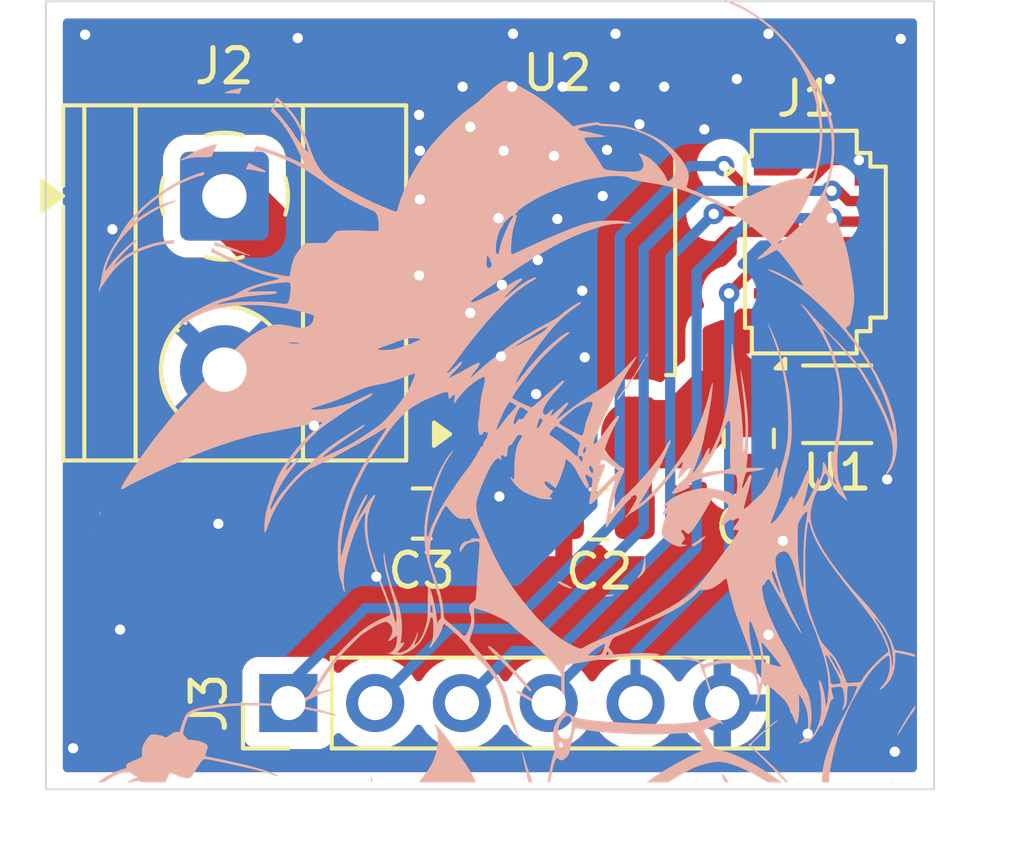
<source format=kicad_pcb>
(kicad_pcb (version 20241229) (generator "pcbnew") (generator_version "9.0")
  (layers (0 "F.Cu" signal) (2 "B.Cu" signal) (13 "F.Paste" user) (15 "B.Paste" user) (5 "F.SilkS" user "F.Silkscreen") (7 "B.SilkS" user "B.Silkscreen") (1 "F.Mask" user) (3 "B.Mask" user) (25 "Edge.Cuts" user))
  (net 0 "")
  (net 1 "+5V")
  (net 2 "+12V")
  (net 3 "LEDK")
  (net 4 "RESET")
  (net 5 "SDA")
  (net 6 "SCLK")
  (net 7 "A0")
  (net 8 "FMARK")
  (net 12 "GND")
  (footprint "Connector_FFC-FPC:Hirose_FH26-15S-0.3SHW_2Rows-15Pins-1MP_P0.60mm_Horizontal" (layer "F.Cu") (at 139.325 60)
    (property "Reference" "J1" (at -0.27 -4.2 0) (layer "F.SilkS"))
    (property "Value" "Conn_01x15")
    (pad "1" smd rect (at -1.4 -2.1) (size 0.8 0.3) (layers "F.Cu" "F.Mask" "F.Paste") (net 3 "LEDK"))
    (pad "2" smd rect (at 1.475 -1.8) (size 0.65 0.3) (layers "F.Cu" "F.Mask" "F.Paste") (net 12 "GND"))
    (pad "3" smd rect (at -1.4 -1.5) (size 0.8 0.3) (layers "F.Cu" "F.Mask" "F.Paste") (net 8 "FMARK"))
    (pad "4" smd rect (at 1.475 -1.2) (size 0.65 0.3) (layers "F.Cu" "F.Mask" "F.Paste") (net 5 "SDA"))
    (pad "5" smd rect (at -1.4 -0.9) (size 0.8 0.3) (layers "F.Cu" "F.Mask" "F.Paste") (net 7 "A0"))
    (pad "6" smd rect (at 1.475 -0.6) (size 0.65 0.3) (layers "F.Cu" "F.Mask" "F.Paste") (net 6 "SCLK"))
    (pad "7" smd rect (at -1.4 -0.3) (size 0.8 0.3) (layers "F.Cu" "F.Mask" "F.Paste") (net 12 "GND"))
    (pad "8" smd rect (at 1.475 0) (size 0.65 0.3) (layers "F.Cu" "F.Mask" "F.Paste") (net 4 "RESET"))
    (pad "9" smd rect (at -1.4 0.3) (size 0.8 0.3) (layers "F.Cu" "F.Mask" "F.Paste") (net 4 "RESET"))
    (pad "10" smd rect (at 1.475 0.6) (size 0.65 0.3) (layers "F.Cu" "F.Mask" "F.Paste") (net 4 "RESET"))
    (pad "11" smd rect (at -1.4 0.9) (size 0.8 0.3) (layers "F.Cu" "F.Mask" "F.Paste") (net 4 "RESET"))
    (pad "12" smd rect (at 1.475 1.2) (size 0.65 0.3) (layers "F.Cu" "F.Mask" "F.Paste") (net 12 "GND"))
    (pad "13" smd rect (at -1.4 1.5) (size 0.8 0.3) (layers "F.Cu" "F.Mask" "F.Paste") (net 12 "GND"))
    (pad "14" smd rect (at 1.475 1.8) (size 0.65 0.3) (layers "F.Cu" "F.Mask" "F.Paste") (net 1 "+5V"))
    (pad "15" smd rect (at -1.4 2.1) (size 0.8 0.3) (layers "F.Cu" "F.Mask" "F.Paste") (net 1 "+5V"))
    (pad "MP" smd rect (at -1.125 -2.8) (size 0.95 0.4) (layers "F.Cu" "F.Mask" "F.Paste"))
    (pad "MP" smd rect (at -1.125 2.8) (size 0.95 0.4) (layers "F.Cu" "F.Mask" "F.Paste"))
  )
  (footprint "Package_DFN_QFN:DFN-8-1EP_2x2mm_P0.5mm_EP0.6x1.2mm" (layer "F.Cu") (at 139.9625 64.75)
    (property "Reference" "U1" (at 0 2 0) (layer "F.SilkS"))
    (property "Value" "~")
    (pad "1" smd roundrect (at -0.9625 -0.75) (size 0.775 0.25) (layers "F.Cu" "F.Mask" "F.Paste") (net 12 "GND"))
    (pad "2" smd roundrect (at -0.9625 -0.25) (size 0.775 0.25) (layers "F.Cu" "F.Mask" "F.Paste") (net 1 "+5V"))
    (pad "3" smd roundrect (at -0.9625 0.25) (size 0.775 0.25) (layers "F.Cu" "F.Mask" "F.Paste") (net 1 "+5V"))
    (pad "4" smd roundrect (at -0.9625 0.75) (size 0.775 0.25) (layers "F.Cu" "F.Mask" "F.Paste") (net 12 "GND"))
    (pad "5" smd roundrect (at 0.9625 0.75) (size 0.775 0.25) (layers "F.Cu" "F.Mask" "F.Paste"))
    (pad "6" smd roundrect (at 0.9625 0.25) (size 0.775 0.25) (layers "F.Cu" "F.Mask" "F.Paste"))
    (pad "7" smd roundrect (at 0.9625 -0.25) (size 0.775 0.25) (layers "F.Cu" "F.Mask" "F.Paste"))
    (pad "8" smd roundrect (at 0.9625 -0.75) (size 0.775 0.25) (layers "F.Cu" "F.Mask" "F.Paste") (net 3 "LEDK"))
    (pad "9" smd rect (at 0 0) (size 0.6 1.2) (property pad_prop_heatsink) (layers "F.Cu" "F.Mask") (net 12 "GND"))
  )
  (footprint "Capacitor_SMD:C_0805_2012Metric_Pad1.18x1.45mm_HandSolder" (layer "F.Cu") (at 127.8 67.95)
    (property "Reference" "C3" (at 0 1.675 0) (layer "F.SilkS"))
    (property "Value" "0.22uF")
    (pad "1" smd roundrect (at -1.0375 0) (size 1.175 1.45) (layers "F.Cu" "F.Mask" "F.Paste") (roundrect_rratio 0.212766) (net 2 "+12V"))
    (pad "2" smd roundrect (at 1.0375 0) (size 1.175 1.45) (layers "F.Cu" "F.Mask" "F.Paste") (roundrect_rratio 0.212766) (net 12 "GND"))
  )
  (footprint "Package_TO_SOT_SMD:TO-252-2" (layer "F.Cu") (at 131.7725 60.585 90)
    (property "Reference" "U2" (at 5.535 0.0025 180) (layer "F.SilkS"))
    (property "Value" "L7805")
    (pad "1" smd roundrect (at -5.04 -2.28 90) (size 2.2 1.2) (layers "F.Cu" "F.Mask" "F.Paste") (roundrect_rratio 0.208333) (net 2 "+12V"))
    (pad "2" smd roundrect (at 1.26 0 90) (size 6.4 5.8) (layers "F.Cu" "F.Mask") (roundrect_rratio 0.043103) (net 12 "GND"))
    (pad "3" smd roundrect (at -5.04 2.28 90) (size 2.2 1.2) (layers "F.Cu" "F.Mask" "F.Paste") (roundrect_rratio 0.208333) (net 1 "+5V"))
  )
  (footprint "Capacitor_SMD:C_0805_2012Metric_Pad1.18x1.45mm_HandSolder" (layer "F.Cu") (at 137.375 65.75 -90)
    (property "Reference" "C1" (at 2.6 0 0) (layer "F.SilkS"))
    (property "Value" "1uF")
    (pad "1" smd roundrect (at -1.0375 0 270) (size 1.175 1.45) (layers "F.Cu" "F.Mask" "F.Paste") (roundrect_rratio 0.212766) (net 1 "+5V"))
    (pad "2" smd roundrect (at 1.0375 0 270) (size 1.175 1.45) (layers "F.Cu" "F.Mask" "F.Paste") (roundrect_rratio 0.212766) (net 12 "GND"))
  )
  (footprint "TerminalBlock_Phoenix:TerminalBlock_Phoenix_MKDS-1,5-2-5.08_1x02_P5.08mm_Horizontal" (layer "F.Cu") (at 122.0275 58.655 -90)
    (property "Reference" "J2" (at -3.805 0.0025 180) (layer "F.SilkS"))
    (property "Value" "Conn_01x02")
    (pad "1" thru_hole roundrect (at 0 0 270) (size 2.6 2.6) (drill 1.3) (layers "*.Cu" "*.Mask") (roundrect_rratio 0.096154) (net 2 "+12V"))
    (pad "2" thru_hole circle (at 5.08 0 270) (size 2.6 2.6) (drill 1.3) (layers "*.Cu" "*.Mask") (net 12 "GND"))
  )
  (footprint "Capacitor_SMD:C_0805_2012Metric_Pad1.18x1.45mm_HandSolder" (layer "F.Cu") (at 133 67.975 180)
    (property "Reference" "C2" (at 0 -1.675 0) (layer "F.SilkS"))
    (property "Value" "0.1uF")
    (pad "1" smd roundrect (at -1.0375 0 180) (size 1.175 1.45) (layers "F.Cu" "F.Mask" "F.Paste") (roundrect_rratio 0.212766) (net 1 "+5V"))
    (pad "2" smd roundrect (at 1.0375 0 180) (size 1.175 1.45) (layers "F.Cu" "F.Mask" "F.Paste") (roundrect_rratio 0.212766) (net 12 "GND"))
  )
  (footprint "Connector_PinHeader_2.54mm:PinHeader_1x06_P2.54mm_Vertical" (layer "F.Cu") (at 123.9 73.5 90)
    (property "Reference" "J3" (at 0 -2.33 90) (layer "F.SilkS"))
    (property "Value" "Conn_01x06")
    (pad "1" thru_hole rect (at 0 0 90) (size 1.7 1.7) (drill 1) (layers "*.Cu" "*.Mask") (net 8 "FMARK"))
    (pad "2" thru_hole oval (at 0 2.54 90) (size 1.7 1.7) (drill 1) (layers "*.Cu" "*.Mask") (net 5 "SDA"))
    (pad "3" thru_hole oval (at 0 5.08 90) (size 1.7 1.7) (drill 1) (layers "*.Cu" "*.Mask") (net 7 "A0"))
    (pad "4" thru_hole oval (at 0 7.62 90) (size 1.7 1.7) (drill 1) (layers "*.Cu" "*.Mask") (net 6 "SCLK"))
    (pad "5" thru_hole oval (at 0 10.16 90) (size 1.7 1.7) (drill 1) (layers "*.Cu" "*.Mask") (net 4 "RESET"))
    (pad "6" thru_hole oval (at 0 12.7 90) (size 1.7 1.7) (drill 1) (layers "*.Cu" "*.Mask") (net 12 "GND"))
  )
  (footprint "d:leeks" (layer "B.Cu") (at 130.05 64.325 180)
    (property "Reference" "G***" (hide yes))
    (property "Value" "LOGO" (hide yes))
  )
  (gr_rect (start 116.8 52.95) (end 142.8 76.025) (stroke (width 0.05)) (fill no) (layer "Edge.Cuts"))
  (segment (start 137.375 64.7125) (end 136.35 64.7125) (width 2) (layer "F.Cu") (net 1))
  (segment (start 137.325 62.298) (end 137.325 62.3) (width 0.3) (layer "F.Cu") (net 1))
  (segment (start 137.15 62.1) (end 136.225 63.025) (width 0.3) (layer "F.Cu") (net 1))
  (segment (start 138.4625 64.8125) (end 138.275 65) (width 0.3) (layer "F.Cu") (net 1))
  (segment (start 139 65) (end 139 64.5) (width 0.3) (layer "F.Cu") (net 1))
  (segment (start 137.325 62.298) (end 137.325 63.125) (width 0.3) (layer "F.Cu") (net 1))
  (segment (start 137.6625 65) (end 137.375 64.7125) (width 0.3) (layer "F.Cu") (net 1))
  (segment (start 134.0375 67.975) (end 134.0375 65.64) (width 1) (layer "F.Cu") (net 1))
  (segment (start 135.4375 65.625) (end 134.0525 65.625) (width 2) (layer "F.Cu") (net 1))
  (segment (start 137.523 62.1) (end 137.325 62.298) (width 0.3) (layer "F.Cu") (net 1))
  (segment (start 138.5 64.5) (end 138.2 64.5) (width 0.3) (layer "F.Cu") (net 1))
  (segment (start 139.7 62.1) (end 140 61.8) (width 0.3) (layer "F.Cu") (net 1))
  (segment (start 136.35 64.7125) (end 135.4375 65.625) (width 2) (layer "F.Cu") (net 1))
  (segment (start 139 64.5) (end 138.2 64.5) (width 0.3) (layer "F.Cu") (net 1))
  (segment (start 140 61.8) (end 140.8 61.8) (width 0.3) (layer "F.Cu") (net 1))
  (segment (start 138.2 64.5) (end 138.4625 64.7625) (width 0.3) (layer "F.Cu") (net 1))
  (segment (start 134.0375 65.64) (end 134.0525 65.625) (width 1) (layer "F.Cu") (net 1))
  (segment (start 138.275 65) (end 137.6625 65) (width 0.3) (layer "F.Cu") (net 1))
  (segment (start 139 64.5) (end 138.775 64.5) (width 0.3) (layer "F.Cu") (net 1))
  (segment (start 137.925 62.1) (end 137.523 62.1) (width 0.3) (layer "F.Cu") (net 1))
  (segment (start 137.925 62.1) (end 137.15 62.1) (width 0.3) (layer "F.Cu") (net 1))
  (segment (start 137.925 62.1) (end 139.7 62.1) (width 0.3) (layer "F.Cu") (net 1))
  (segment (start 137.325 62.3) (end 137 62.625) (width 0.3) (layer "F.Cu") (net 1))
  (segment (start 139 65) (end 138.5 64.5) (width 0.3) (layer "F.Cu") (net 1))
  (segment (start 139 65) (end 138.275 65) (width 0.3) (layer "F.Cu") (net 1))
  (segment (start 138.2 64.5) (end 137.5875 64.5) (width 0.3) (layer "F.Cu") (net 1))
  (segment (start 138.4625 64.7625) (end 138.4625 64.8125) (width 0.3) (layer "F.Cu") (net 1))
  (segment (start 137.925 62.1) (end 137.5 62.1) (width 0.3) (layer "F.Cu") (net 1))
  (segment (start 138.775 64.5) (end 138.4625 64.8125) (width 0.3) (layer "F.Cu") (net 1))
  (segment (start 137.5875 64.5) (end 137.375 64.7125) (width 0.3) (layer "F.Cu") (net 1))
  (segment (start 126.7625 67.95) (end 126.7625 67.225) (width 1.5) (layer "F.Cu") (net 2))
  (segment (start 128.3625 65.625) (end 128.9975 65.625) (width 1.5) (layer "F.Cu") (net 2))
  (segment (start 129.4925 65.625) (end 128.9975 65.625) (width 2) (layer "F.Cu") (net 2))
  (segment (start 128.9975 65.625) (end 122.0275 58.655) (width 2) (layer "F.Cu") (net 2))
  (segment (start 126.7625 67.225) (end 128.3625 65.625) (width 1.5) (layer "F.Cu") (net 2))
  (segment (start 142 62.925) (end 142 57.8) (width 0.3) (layer "F.Cu") (net 3))
  (segment (start 139.8 56.8) (end 138.7 57.9) (width 0.3) (layer "F.Cu") (net 3))
  (segment (start 140.925 64) (end 142 62.925) (width 0.3) (layer "F.Cu") (net 3))
  (segment (start 141 56.8) (end 139.8 56.8) (width 0.3) (layer "F.Cu") (net 3))
  (segment (start 142 57.8) (end 141 56.8) (width 0.3) (layer "F.Cu") (net 3))
  (segment (start 138.7 57.9) (end 137.925 57.9) (width 0.3) (layer "F.Cu") (net 3))
  (segment (start 139.1 60.6) (end 139.4 60.3) (width 0.4) (layer "F.Cu") (net 4))
  (segment (start 140.8 60.6) (end 140.8 60.3) (width 0.3) (layer "F.Cu") (net 4))
  (segment (start 139.3 60) (end 139 60.3) (width 0.3) (layer "F.Cu") (net 4))
  (segment (start 140.8 60.3) (end 140.8 60) (width 0.3) (layer "F.Cu") (net 4))
  (segment (start 139.5 60.6) (end 140.8 60.6) (width 0.3) (layer "F.Cu") (net 4))
  (segment (start 139.4 60.3) (end 140.8 60.3) (width 0.4) (layer "F.Cu") (net 4))
  (segment (start 137.925 60.9) (end 137.925 60.6) (width 0.3) (layer "F.Cu") (net 4))
  (segment (start 140.8 60) (end 139.3 60) (width 0.3) (layer "F.Cu") (net 4))
  (segment (start 137.925 60.6) (end 137.925 60.3) (width 0.3) (layer "F.Cu") (net 4))
  (segment (start 137.7 60.6) (end 137.925 60.6) (width 0.3) (layer "F.Cu") (net 4))
  (segment (start 137.925 60.9) (end 139.2 60.9) (width 0.3) (layer "F.Cu") (net 4))
  (segment (start 136.8 61.5) (end 137.7 60.6) (width 0.3) (layer "F.Cu") (net 4))
  (segment (start 137.925 60.6) (end 139.1 60.6) (width 0.4) (layer "F.Cu") (net 4))
  (segment (start 139 60.3) (end 137.925 60.3) (width 0.3) (layer "F.Cu") (net 4))
  (segment (start 139.2 60.9) (end 139.5 60.6) (width 0.3) (layer "F.Cu") (net 4))
  (via (at 136.8 61.5) (size 0.6) (drill 0.3) (layers "F.Cu" "B.Cu") (net 4))
  (segment (start 136.8 69.275) (end 134.06 72.015) (width 0.3) (layer "B.Cu") (net 4))
  (segment (start 134.06 72.015) (end 134.06 73.5) (width 0.3) (layer "B.Cu") (net 4))
  (segment (start 136.8 61.5) (end 136.8 69.275) (width 0.3) (layer "B.Cu") (net 4))
  (segment (start 139.8 58.499997) (end 139.999997 58.499997) (width 0.3) (layer "F.Cu") (net 5))
  (segment (start 140.3 58.8) (end 140.8 58.8) (width 0.3) (layer "F.Cu") (net 5))
  (segment (start 139.999997 58.499997) (end 140.3 58.8) (width 0.3) (layer "F.Cu") (net 5))
  (via (at 139.8 58.499997) (size 0.6) (drill 0.3) (layers "F.Cu" "B.Cu") (net 5))
  (segment (start 131.325 71.325) (end 128.615 71.325) (width 0.3) (layer "B.Cu") (net 5))
  (segment (start 134.3 68.35) (end 131.325 71.325) (width 0.3) (layer "B.Cu") (net 5))
  (segment (start 136.000003 58.499997) (end 134.3 60.2) (width 0.3) (layer "B.Cu") (net 5))
  (segment (start 128.615 71.325) (end 126.44 73.5) (width 0.3) (layer "B.Cu") (net 5))
  (segment (start 139.8 58.499997) (end 136.000003 58.499997) (width 0.3) (layer "B.Cu") (net 5))
  (segment (start 134.3 60.2) (end 134.3 68.35) (width 0.3) (layer "B.Cu") (net 5))
  (segment (start 140.019237 59.4) (end 140.8 59.4) (width 0.3) (layer "F.Cu") (net 6))
  (segment (start 139.9 59.4) (end 139.8 59.3) (width 0.3) (layer "F.Cu") (net 6))
  (segment (start 140.019237 59.4) (end 139.9 59.4) (width 0.3) (layer "F.Cu") (net 6))
  (via (at 139.8 59.3) (size 0.6) (drill 0.3) (layers "F.Cu" "B.Cu") (net 6))
  (segment (start 135.85 68.95) (end 131.52 73.28) (width 0.3) (layer "B.Cu") (net 6))
  (segment (start 137.425 59.3) (end 135.85 60.875) (width 0.3) (layer "B.Cu") (net 6))
  (segment (start 131.52 73.28) (end 131.52 73.5) (width 0.3) (layer "B.Cu") (net 6))
  (segment (start 135.85 60.875) (end 135.85 68.95) (width 0.3) (layer "B.Cu") (net 6))
  (segment (start 139.8 59.3) (end 137.425 59.3) (width 0.3) (layer "B.Cu") (net 6))
  (segment (start 136.425 59.1) (end 136.35 59.175) (width 0.3) (layer "F.Cu") (net 7))
  (segment (start 137.925 59.1) (end 136.425 59.1) (width 0.3) (layer "F.Cu") (net 7))
  (via (at 136.35 59.175) (size 0.6) (drill 0.3) (layers "F.Cu" "B.Cu") (net 7))
  (segment (start 130.505 71.975) (end 128.98 73.5) (width 0.3) (layer "B.Cu") (net 7))
  (segment (start 136.35 59.175) (end 135.075 60.45) (width 0.3) (layer "B.Cu") (net 7))
  (segment (start 135.075 68.675) (end 131.775 71.975) (width 0.3) (layer "B.Cu") (net 7))
  (segment (start 131.775 71.975) (end 130.505 71.975) (width 0.3) (layer "B.Cu") (net 7))
  (segment (start 135.075 60.45) (end 135.075 68.675) (width 0.3) (layer "B.Cu") (net 7))
  (segment (start 137.375 58.5) (end 136.65 57.775) (width 0.3) (layer "F.Cu") (net 8))
  (segment (start 137.925 58.5) (end 137.375 58.5) (width 0.3) (layer "F.Cu") (net 8))
  (via (at 136.65 57.775) (size 0.6) (drill 0.3) (layers "F.Cu" "B.Cu") (net 8))
  (segment (start 133.6 68.025) (end 130.9 70.725) (width 0.3) (layer "B.Cu") (net 8))
  (segment (start 133.6 59.825) (end 133.6 68.025) (width 0.3) (layer "B.Cu") (net 8))
  (segment (start 123.9 72.975) (end 123.9 73.5) (width 0.3) (layer "B.Cu") (net 8))
  (segment (start 135.65 57.775) (end 133.6 59.825) (width 0.3) (layer "B.Cu") (net 8))
  (segment (start 126.15 70.725) (end 123.9 72.975) (width 0.3) (layer "B.Cu") (net 8))
  (segment (start 136.65 57.775) (end 135.65 57.775) (width 0.3) (layer "B.Cu") (net 8))
  (segment (start 130.9 70.725) (end 126.15 70.725) (width 0.3) (layer "B.Cu") (net 8))
  (segment (start 139.779343 57.6) (end 140.6 57.6) (width 0.3) (layer "F.Cu") (net 12))
  (segment (start 140.8 61.2) (end 141.425 61.2) (width 0.3) (layer "F.Cu") (net 12))
  (segment (start 138.7 59.7) (end 138.7 58.679343) (width 0.3) (layer "F.Cu") (net 12))
  (segment (start 141.476 58.251) (end 141.425 58.2) (width 0.3) (layer "F.Cu") (net 12))
  (segment (start 139 64) (end 139.47401 64) (width 0.3) (layer "F.Cu") (net 12))
  (segment (start 140.8 57.8) (end 140.6 57.6) (width 0.3) (layer "F.Cu") (net 12))
  (segment (start 141.476 62.47499) (end 139.9625 63.98849) (width 0.3) (layer "F.Cu") (net 12))
  (segment (start 139.4 61.5) (end 137.925 61.5) (width 0.3) (layer "F.Cu") (net 12))
  (segment (start 141.476 61.251) (end 141.476 62.47499) (width 0.3) (layer "F.Cu") (net 12))
  (segment (start 136.875 59.7) (end 136.4 60.175) (width 0.3) (layer "F.Cu") (net 12))
  (segment (start 141.425 61.2) (end 141.476 61.251) (width 0.3) (layer "F.Cu") (net 12))
  (segment (start 139.9625 63.98849) (end 139.9625 64.75) (width 0.3) (layer "F.Cu") (net 12))
  (segment (start 139.9625 64.75) (end 139.9625 66.1375) (width 0.3) (layer "F.Cu") (net 12))
  (segment (start 140.8 58.2) (end 140.8 57.8) (width 0.3) (layer "F.Cu") (net 12))
  (segment (start 137.925 59.7) (end 136.875 59.7) (width 0.3) (layer "F.Cu") (net 12))
  (segment (start 139.9625 64.48849) (end 139.9625 64.75) (width 0.3) (layer "F.Cu") (net 12))
  (segment (start 139.47401 64) (end 139.9625 64.48849) (width 0.3) (layer "F.Cu") (net 12))
  (segment (start 137.925 59.7) (end 138.7 59.7) (width 0.3) (layer "F.Cu") (net 12))
  (segment (start 139.9625 65.0625) (end 139.525 65.5) (width 0.3) (layer "F.Cu") (net 12))
  (segment (start 139.9625 64.75) (end 139.9625 65.0625) (width 0.3) (layer "F.Cu") (net 12))
  (segment (start 141.425 58.2) (end 140.8 58.2) (width 0.3) (layer "F.Cu") (net 12))
  (segment (start 141.425 61.2) (end 141.476 61.149) (width 0.3) (layer "F.Cu") (net 12))
  (segment (start 141.476 61.149) (end 141.476 58.251) (width 0.3) (layer "F.Cu") (net 12))
  (segment (start 140.8 61.2) (end 139.7 61.2) (width 0.3) (layer "F.Cu") (net 12))
  (segment (start 139.525 65.5) (end 139 65.5) (width 0.3) (layer "F.Cu") (net 12))
  (segment (start 139.7 61.2) (end 139.4 61.5) (width 0.3) (layer "F.Cu") (net 12))
  (segment (start 139.9625 66.1375) (end 139.9 66.2) (width 0.3) (layer "F.Cu") (net 12))
  (segment (start 138.7 58.679343) (end 139.779343 57.6) (width 0.3) (layer "F.Cu") (net 12))
  (via (at 117.6 74.825) (size 0.6) (drill 0.3) (layers "F.Cu" "B.Cu") (net 12))
  (via (at 134.9 55.45) (size 0.6) (drill 0.3) (layers "F.Cu" "B.Cu") (net 12))
  (via (at 131.675 57.475) (size 0.6) (drill 0.3) (layers "F.Cu" "B.Cu") (net 12))
  (via (at 118.75 59.625) (size 0.6) (drill 0.3) (layers "F.Cu" "B.Cu") (net 12))
  (via (at 130.2 57.325) (size 0.6) (drill 0.3) (layers "F.Cu" "B.Cu") (net 12))
  (via (at 130.15 61.25) (size 0.6) (drill 0.3) (layers "F.Cu" "B.Cu") (net 12))
  (via (at 140.6 57.6) (size 0.6) (drill 0.3) (layers "F.Cu" "B.Cu") (net 12))
  (via (at 130.45 55.45) (size 0.6) (drill 0.3) (layers "F.Cu" "B.Cu") (net 12))
  (via (at 129 55.45) (size 0.6) (drill 0.3) (layers "F.Cu" "B.Cu") (net 12))
  (via (at 136.075 56.7) (size 0.6) (drill 0.3) (layers "F.Cu" "B.Cu") (net 12))
  (via (at 141.65 74.925) (size 0.6) (drill 0.3) (layers "F.Cu" "B.Cu") (net 12))
  (via (at 133.475 53.9) (size 0.6) (drill 0.3) (layers "F.Cu" "B.Cu") (net 12))
  (via (at 139.75 55.225) (size 0.6) (drill 0.3) (layers "F.Cu" "B.Cu") (net 12))
  (via (at 130.475 53.9) (size 0.6) (drill 0.3) (layers "F.Cu" "B.Cu") (net 12))
  (via (at 134.175 56.55) (size 0.6) (drill 0.3) (layers "F.Cu" "B.Cu") (net 12))
  (via (at 127.75 57.325) (size 0.6) (drill 0.3) (layers "F.Cu" "B.Cu") (net 12))
  (via (at 131.2 60.525) (size 0.6) (drill 0.3) (layers "F.Cu" "B.Cu") (net 12))
  (via (at 131.7725 59.325) (size 0.6) (drill 0.3) (layers "F.Cu" "B.Cu") (net 12))
  (via (at 137.95 71.5) (size 0.6) (drill 0.3) (layers "F.Cu" "B.Cu") (net 12))
  (via (at 141.825 54.05) (size 0.6) (drill 0.3) (layers "F.Cu" "B.Cu") (net 12))
  (via (at 129.225 56.625) (size 0.6) (drill 0.3) (layers "F.Cu" "B.Cu") (net 12))
  (via (at 131.925 55.45) (size 0.6) (drill 0.3) (layers "F.Cu" "B.Cu") (net 12))
  (via (at 133.45 55.45) (size 0.6) (drill 0.3) (layers "F.Cu" "B.Cu") (net 12))
  (via (at 141.425 66.95) (size 0.6) (drill 0.3) (layers "F.Cu" "B.Cu") (net 12))
  (via (at 139.1 74.4) (size 0.6) (drill 0.3) (layers "F.Cu" "B.Cu") (net 12))
  (via (at 137.025 55.225) (size 0.6) (drill 0.3) (layers "F.Cu" "B.Cu") (net 12))
  (via (at 138.375 68.75) (size 0.6) (drill 0.3) (layers "F.Cu" "B.Cu") (net 12))
  (via (at 137.95 53.9) (size 0.6) (drill 0.3) (layers "F.Cu" "B.Cu") (net 12))
  (via (at 130.05 59.3) (size 0.6) (drill 0.3) (layers "F.Cu" "B.Cu") (net 12))
  (via (at 127.725 56.275) (size 0.6) (drill 0.3) (layers "F.Cu" "B.Cu") (net 12))
  (via (at 132.575 63.375) (size 0.6) (drill 0.3) (layers "F.Cu" "B.Cu") (net 12))
  (via (at 133.225 57.3) (size 0.6) (drill 0.3) (layers "F.Cu" "B.Cu") (net 12))
  (via (at 126.475 69.8) (size 0.6) (drill 0.3) (layers "F.Cu" "B.Cu") (net 12))
  (via (at 130.125 63.35) (size 0.6) (drill 0.3) (layers "F.Cu" "B.Cu") (net 12))
  (via (at 130.075 67.45) (size 0.6) (drill 0.3) (layers "F.Cu" "B.Cu") (net 12))
  (via (at 117.95 53.925) (size 0.6) (drill 0.3) (layers "F.Cu" "B.Cu") (net 12))
  (via (at 131.15 64.45) (size 0.6) (drill 0.3) (layers "F.Cu" "B.Cu") (net 12))
  (via (at 121.85 68.25) (size 0.6) (drill 0.3) (layers "F.Cu" "B.Cu") (net 12))
  (via (at 132.5 61.425) (size 0.6) (drill 0.3) (layers "F.Cu" "B.Cu") (net 12))
  (via (at 127.75 58.75) (size 0.6) (drill 0.3) (layers "F.Cu" "B.Cu") (net 12))
  (via (at 127.725 60.975) (size 0.6) (drill 0.3) (layers "F.Cu" "B.Cu") (net 12))
  (via (at 129.225 62.075) (size 0.6) (drill 0.3) (layers "F.Cu" "B.Cu") (net 12))
  (via (at 118.975 71.35) (size 0.6) (drill 0.3) (layers "F.Cu" "B.Cu") (net 12))
  (via (at 133.1 58.65) (size 0.6) (drill 0.3) (layers "F.Cu" "B.Cu") (net 12))
  (via (at 124.65 65.375) (size 0.6) (drill 0.3) (layers "F.Cu" "B.Cu") (net 12))
  (via (at 124.175 54.025) (size 0.6) (drill 0.3) (layers "F.Cu" "B.Cu") (net 12))
  (zone (net 12) (net_name "GND") (layer "F.Cu") (priority 3) (connect_pads yes (clearance 0.5)) (min_thickness 0.25) (fill yes (thermal_gap 0.5) (thermal_bridge_width 0.5))
    (polygon (pts (xy 138.575 65.35) (xy 138.575 66.55) (xy 140.275 66.55) (xy 140.275 63.525) (xy 138.575 63.525) (xy 138.575 64.15) (xy 139.625 64.15) (xy 139.625 65.35)))
  )
  (zone (net 1) (net_name "+5V") (layer "F.Cu") (priority 2) (connect_pads (clearance 0.5)) (min_thickness 0.25) (fill yes (thermal_gap 0.5) (thermal_bridge_width 0.5))
    (polygon (pts (xy 138.4 61.925) (xy 138.4 62.275) (xy 137.475 62.275) (xy 137.475 63.875) (xy 136.025 63.875) (xy 136.025 62.5) (xy 137.45 61.925)))
  )
  (zone (net 12) (net_name "GND") (layers "F.Cu" "B.Cu") (connect_pads (clearance 0.5)) (min_thickness 0.25) (fill yes (thermal_gap 0.5) (thermal_bridge_width 0.5))
    (polygon (pts (xy 142.8 52.95) (xy 116.8 52.95) (xy 116.8 76.025) (xy 142.8 76.025)))
  )
)
</source>
